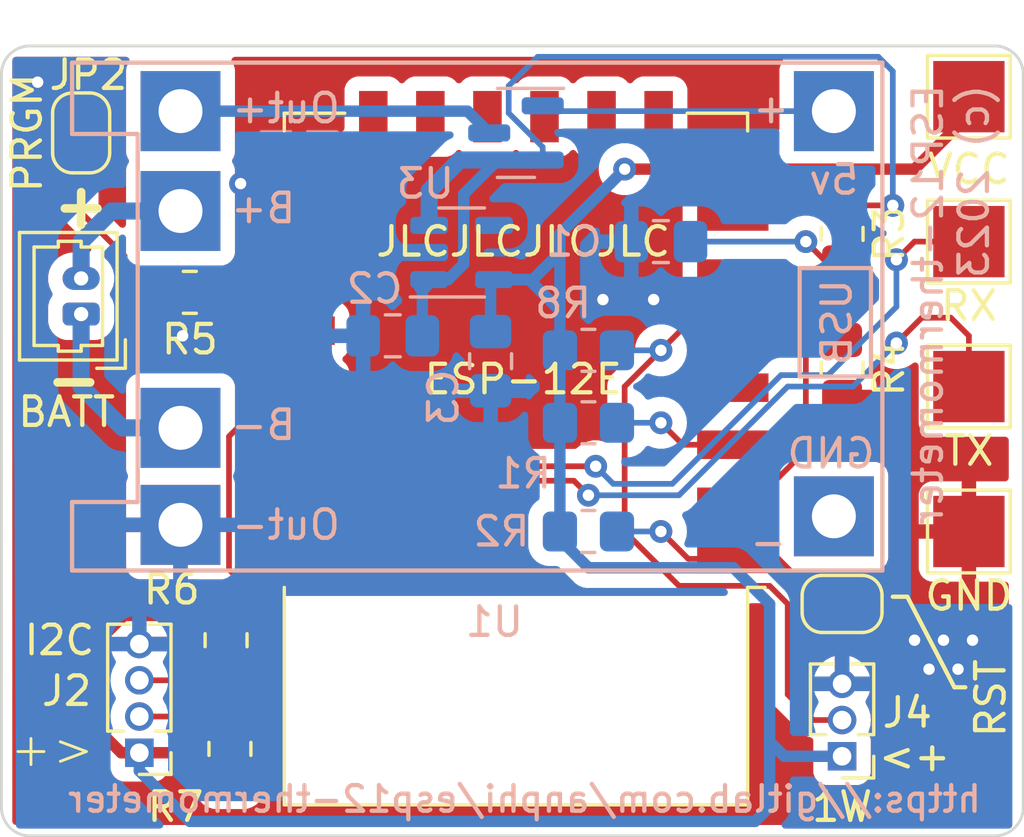
<source format=kicad_pcb>
(kicad_pcb (version 20221018) (generator pcbnew)
  (layers (0 "F.Cu" signal) (31 "B.Cu" signal) (34 "B.Paste" user) (35 "F.Paste" user) (36 "B.SilkS" user "B.Silkscreen") (37 "F.SilkS" user "F.Silkscreen") (38 "B.Mask" user) (39 "F.Mask" user) (44 "Edge.Cuts" user))
  (net 0 "")
  (net 1 "VCC_sense")
  (net 2 "GND")
  (net 3 "Net-(J1-Pin_1)")
  (net 4 "Net-(J1-Pin_2)")
  (net 5 "VCC")
  (net 6 "SCL")
  (net 7 "SDA")
  (net 8 "1W")
  (net 9 "/RST")
  (net 10 "Net-(JP2-B)")
  (net 11 "Net-(Q1-G)")
  (net 12 "Net-(Q1-D)")
  (net 13 "Net-(U2-EN)")
  (net 14 "Net-(U2-GPIO15)")
  (net 15 "RXD")
  (net 16 "TXD")
  (net 29 "/VIN")
  (footprint "TestPoint:TestPoint_Pad_2.5x2.5mm" (layer "F.Cu") (at 131.445 60.96)
    (fp_text reference "TP3")
    (fp_text value "TX" (at 0 2.25) (layer "F.SilkS"))
    (fp_line (start -1.45 -1.45) (end 1.45 -1.45) (stroke (width 0.12)) (layer "F.SilkS"))
    (fp_line (start -1.45 1.45) (end -1.45 -1.45) (stroke (width 0.12)) (layer "F.SilkS"))
    (fp_line (start 1.45 -1.45) (end 1.45 1.45) (stroke (width 0.12)) (layer "F.SilkS"))
    (fp_line (start 1.45 1.45) (end -1.45 1.45) (stroke (width 0.12)) (layer "F.SilkS"))
    (pad "1" smd rect (at 0 0) (size 2.5 2.5) (layers "F.Cu" "F.Mask") (net 16 "TXD"))
  )
  (footprint "RF_Module:ESP-12E" (layer "F.Cu") (at 115.57 63.5 180)
    (fp_text reference "U2")
    (fp_text value "ESP-12E" (at -0.254 2.794) (layer "F.SilkS"))
    (fp_line (start -8.12 -12.12) (end 8.12 -12.12) (stroke (width 0.12)) (layer "F.SilkS"))
    (fp_line (start -8.12 -4.5) (end -8.73 -4.5) (stroke (width 0.12)) (layer "F.SilkS"))
    (fp_line (start -8.12 -4.5) (end -8.12 -12.12) (stroke (width 0.12)) (layer "F.SilkS"))
    (fp_line (start -8.12 12.12) (end -8.12 11.5) (stroke (width 0.12)) (layer "F.SilkS"))
    (fp_line (start -6 12.12) (end -8.12 12.12) (stroke (width 0.12)) (layer "F.SilkS"))
    (fp_line (start 8.12 -12.12) (end 8.12 -4.5) (stroke (width 0.12)) (layer "F.SilkS"))
    (fp_line (start 8.12 11.5) (end 8.12 12.12) (stroke (width 0.12)) (layer "F.SilkS"))
    (fp_line (start 8.12 12.12) (end 6 12.12) (stroke (width 0.12)) (layer "F.SilkS"))
    (pad "1" smd rect (at -7.6 -3.5 180) (size 2.5 1) (layers "F.Cu" "F.Paste" "F.Mask") (net 9 "/RST"))
    (pad "2" smd rect (at -7.6 -1.5 180) (size 2.5 1) (layers "F.Cu" "F.Paste" "F.Mask") (net 1 "VCC_sense"))
    (pad "3" smd rect (at -7.6 0.5 180) (size 2.5 1) (layers "F.Cu" "F.Paste" "F.Mask") (net 13 "Net-(U2-EN)"))
    (pad "4" smd rect (at -7.6 2.5 180) (size 2.5 1) (layers "F.Cu" "F.Paste" "F.Mask"))
    (pad "5" smd rect (at -7.6 4.5 180) (size 2.5 1) (layers "F.Cu" "F.Paste" "F.Mask") (net 8 "1W"))
    (pad "6" smd rect (at -7.6 6.5 180) (size 2.5 1) (layers "F.Cu" "F.Paste" "F.Mask"))
    (pad "7" smd rect (at -7.6 8.5 180) (size 2.5 1) (layers "F.Cu" "F.Paste" "F.Mask"))
    (pad "8" smd rect (at -7.6 10.5 180) (size 2.5 1) (layers "F.Cu" "F.Paste" "F.Mask") (net 5 "VCC"))
    (pad "9" smd rect (at -5 12 180) (size 1 1.8) (layers "F.Cu" "F.Paste" "F.Mask"))
    (pad "10" smd rect (at -3 12 180) (size 1 1.8) (layers "F.Cu" "F.Paste" "F.Mask"))
    (pad "11" smd rect (at -1 12 180) (size 1 1.8) (layers "F.Cu" "F.Paste" "F.Mask"))
    (pad "12" smd rect (at 1 12 180) (size 1 1.8) (layers "F.Cu" "F.Paste" "F.Mask"))
    (pad "13" smd rect (at 3 12 180) (size 1 1.8) (layers "F.Cu" "F.Paste" "F.Mask"))
    (pad "14" smd rect (at 5 12 180) (size 1 1.8) (layers "F.Cu" "F.Paste" "F.Mask"))
    (pad "15" smd rect (at 7.6 10.5 180) (size 2.5 1) (layers "F.Cu" "F.Paste" "F.Mask") (net 2 "GND"))
    (pad "16" smd rect (at 7.6 8.5 180) (size 2.5 1) (layers "F.Cu" "F.Paste" "F.Mask") (net 14 "Net-(U2-GPIO15)"))
    (pad "17" smd rect (at 7.6 6.5 180) (size 2.5 1) (layers "F.Cu" "F.Paste" "F.Mask"))
    (pad "18" smd rect (at 7.6 4.5 180) (size 2.5 1) (layers "F.Cu" "F.Paste" "F.Mask") (net 10 "Net-(JP2-B)"))
    (pad "19" smd rect (at 7.6 2.5 180) (size 2.5 1) (layers "F.Cu" "F.Paste" "F.Mask") (net 6 "SCL"))
    (pad "20" smd rect (at 7.6 0.5 180) (size 2.5 1) (layers "F.Cu" "F.Paste" "F.Mask") (net 7 "SDA"))
    (pad "21" smd rect (at 7.6 -1.5 180) (size 2.5 1) (layers "F.Cu" "F.Paste" "F.Mask") (net 15 "RXD"))
    (pad "22" smd rect (at 7.6 -3.5 180) (size 2.5 1) (layers "F.Cu" "F.Paste" "F.Mask") (net 16 "TXD"))
    (zone (net 0) (net_name "") (layers "*.Cu") (connect_pads (clearance 0)) (min_thickness 0.254)
      (keepout (tracks not_allowed) (vias not_allowed) (pads not_allowed) (copperpour not_allowed) (footprints not_allowed))
      (fill (thermal_gap 0.508) (thermal_bridge_width 0.508))
      (polygon (pts (xy 123.69 68.3) (xy 107.45 68.3) (xy 107.45 75.62) (xy 123.69 75.62)))
    )
  )
  (footprint "Resistor_SMD:R_0805_2012Metric_Pad1.20x1.40mm_HandSolder" (layer "F.Cu") (at 127 60.325 -90)
    (fp_text reference "R4" (at 0 -1.65 90) (layer "F.SilkS"))
    (fp_text value "470k")
    (fp_line (start -0.227064 -0.735) (end 0.227064 -0.735) (stroke (width 0.12)) (layer "F.SilkS"))
    (fp_line (start -0.227064 0.735) (end 0.227064 0.735) (stroke (width 0.12)) (layer "F.SilkS"))
    (pad "1" smd roundrect (at -1 0 270) (size 1.2 1.4) (layers "F.Cu" "F.Paste" "F.Mask") (roundrect_rratio 0.2083333333) (net 1 "VCC_sense"))
    (pad "2" smd roundrect (at 1 0 270) (size 1.2 1.4) (layers "F.Cu" "F.Paste" "F.Mask") (roundrect_rratio 0.2083333333) (net 2 "GND"))
  )
  (footprint "Jumper:SolderJumper-2_P1.3mm_Open_RoundedPad1.0x1.5mm" (layer "F.Cu") (at 127 68.58)
    (fp_text reference "JP1")
    (fp_text value "RST" (at 5.207 3.302 90) (layer "F.SilkS"))
    (fp_line (start -1.4 0.3) (end -1.4 -0.3) (stroke (width 0.12)) (layer "F.SilkS"))
    (fp_line (start -0.7 -1) (end 0.7 -1) (stroke (width 0.12)) (layer "F.SilkS"))
    (fp_line (start 0.7 1) (end -0.7 1) (stroke (width 0.12)) (layer "F.SilkS"))
    (fp_line (start 1.4 -0.3) (end 1.4 0.3) (stroke (width 0.12)) (layer "F.SilkS"))
    (fp_arc (start -1.4 -0.3) (mid -1.194975 -0.794975) (end -0.7 -1) (stroke (width 0.12)) (layer "F.SilkS"))
    (fp_arc (start -0.7 1) (mid -1.194975 0.794975) (end -1.4 0.3) (stroke (width 0.12)) (layer "F.SilkS"))
    (fp_arc (start 0.7 -1) (mid 1.194975 -0.794975) (end 1.4 -0.3) (stroke (width 0.12)) (layer "F.SilkS"))
    (fp_arc (start 1.4 0.3) (mid 1.194975 0.794975) (end 0.7 1) (stroke (width 0.12)) (layer "F.SilkS"))
    (pad "1" smd custom (at -0.65 0) (size 1 0.5) (layers "F.Cu" "F.Mask") (net 9 "/RST") (options (clearance outline) (anchor rect)) (primitives (gr_circle (center 0 0.25) (end 0.5 0.25) (width 0) (fill yes)) (gr_circle (center 0 -0.25) (end 0.5 -0.25) (width 0) (fill yes)) (gr_poly (pts (xy 0.5 0.75) (xy 0 0.75) (xy 0 -0.75) (xy 0.5 -0.75)) (width 0) (fill yes))))
    (pad "2" smd custom (at 0.65 0) (size 1 0.5) (layers "F.Cu" "F.Mask") (net 2 "GND") (options (clearance outline) (anchor rect)) (primitives (gr_circle (center 0 0.25) (end 0.5 0.25) (width 0) (fill yes)) (gr_circle (center 0 -0.25) (end 0.5 -0.25) (width 0) (fill yes)) (gr_poly (pts (xy 0 0.75) (xy -0.5 0.75) (xy -0.5 -0.75) (xy 0 -0.75)) (width 0) (fill yes))))
  )
  (footprint "Connector_Molex:Molex_PicoBlade_53047-0210_1x02_P1.25mm_Vertical" (layer "F.Cu") (at 100.33 58.42 90)
    (fp_text reference "J1")
    (fp_text value "BATT" (at -3.429 -0.508 180) (layer "F.SilkS"))
    (fp_line (start -1.9 1.55) (end -1.9 0.55) (stroke (width 0.12)) (layer "F.SilkS"))
    (fp_line (start -1.9 1.55) (end -0.9 1.55) (stroke (width 0.12)) (layer "F.SilkS"))
    (fp_line (start -1.61 -2.16) (end -1.61 1.26) (stroke (width 0.12)) (layer "F.SilkS"))
    (fp_line (start -1.61 1.26) (end 2.86 1.26) (stroke (width 0.12)) (layer "F.SilkS"))
    (fp_line (start -1.3 -0.8) (end -1.1 -0.8) (stroke (width 0.12)) (layer "F.SilkS"))
    (fp_line (start -1.3 0) (end -1.3 -0.8) (stroke (width 0.12)) (layer "F.SilkS"))
    (fp_line (start -1.1 -1.65) (end 0.625 -1.65) (stroke (width 0.12)) (layer "F.SilkS"))
    (fp_line (start -1.1 -0.8) (end -1.1 -1.65) (stroke (width 0.12)) (layer "F.SilkS"))
    (fp_line (start -1.1 0) (end -1.3 0) (stroke (width 0.12)) (layer "F.SilkS"))
    (fp_line (start -1.1 0.75) (end -1.1 0) (stroke (width 0.12)) (layer "F.SilkS"))
    (fp_line (start 0.625 0.75) (end -1.1 0.75) (stroke (width 0.12)) (layer "F.SilkS"))
    (fp_line (start 0.625 0.75) (end 2.35 0.75) (stroke (width 0.12)) (layer "F.SilkS"))
    (fp_line (start 2.35 -1.65) (end 0.625 -1.65) (stroke (width 0.12)) (layer "F.SilkS"))
    (fp_line (start 2.35 -0.8) (end 2.35 -1.65) (stroke (width 0.12)) (layer "F.SilkS"))
    (fp_line (start 2.35 0) (end 2.55 0) (stroke (width 0.12)) (layer "F.SilkS"))
    (fp_line (start 2.35 0.75) (end 2.35 0) (stroke (width 0.12)) (layer "F.SilkS"))
    (fp_line (start 2.55 -0.8) (end 2.35 -0.8) (stroke (width 0.12)) (layer "F.SilkS"))
    (fp_line (start 2.55 0) (end 2.55 -0.8) (stroke (width 0.12)) (layer "F.SilkS"))
    (fp_line (start 2.86 -2.16) (end -1.61 -2.16) (stroke (width 0.12)) (layer "F.SilkS"))
    (fp_line (start 2.86 1.26) (end 2.86 -2.16) (stroke (width 0.12)) (layer "F.SilkS"))
    (pad "1" thru_hole roundrect (at 0 0 90) (size 0.8 1.3) (drill 0.5) (layers "*.Cu" "*.Mask") (net 3 "Net-(J1-Pin_1)"))
    (pad "2" thru_hole oval (at 1.25 0 90) (size 0.8 1.3) (drill 0.5) (layers "*.Cu" "*.Mask") (net 4 "Net-(J1-Pin_2)"))
  )
  (footprint "Connector_PinHeader_1.27mm:PinHeader_1x04_P1.27mm_Vertical" (layer "F.Cu") (at 102.37 73.795 180)
    (fp_text reference "J2" (at 2.548 2.167) (layer "F.SilkS"))
    (fp_text value "I2C" (at 2.802 3.945) (layer "F.SilkS"))
    (fp_line (start -1.11 -0.76) (end 0 -0.76) (stroke (width 0.12)) (layer "F.SilkS"))
    (fp_line (start -1.11 0) (end -1.11 -0.76) (stroke (width 0.12)) (layer "F.SilkS"))
    (fp_line (start -1.11 0.76) (end -1.11 4.505) (stroke (width 0.12)) (layer "F.SilkS"))
    (fp_line (start -1.11 0.76) (end -0.563471 0.76) (stroke (width 0.12)) (layer "F.SilkS"))
    (fp_line (start -1.11 4.505) (end -0.30753 4.505) (stroke (width 0.12)) (layer "F.SilkS"))
    (fp_line (start 0.30753 4.505) (end 1.11 4.505) (stroke (width 0.12)) (layer "F.SilkS"))
    (fp_line (start 0.563471 0.76) (end 1.11 0.76) (stroke (width 0.12)) (layer "F.SilkS"))
    (fp_line (start 1.11 0.76) (end 1.11 4.505) (stroke (width 0.12)) (layer "F.SilkS"))
    (pad "1" thru_hole rect (at 0 0 180) (size 1 1) (drill 0.65) (layers "*.Cu" "*.Mask") (net 5 "VCC"))
    (pad "2" thru_hole oval (at 0 1.27 180) (size 1 1) (drill 0.65) (layers "*.Cu" "*.Mask") (net 7 "SDA"))
    (pad "3" thru_hole oval (at 0 2.54 180) (size 1 1) (drill 0.65) (layers "*.Cu" "*.Mask") (net 6 "SCL"))
    (pad "4" thru_hole oval (at 0 3.81 180) (size 1 1) (drill 0.65) (layers "*.Cu" "*.Mask") (net 2 "GND"))
  )
  (footprint "TestPoint:TestPoint_Pad_2.5x2.5mm" (layer "F.Cu") (at 131.445 66.04)
    (fp_text reference "TP4")
    (fp_text value "GND" (at 0 2.25) (layer "F.SilkS"))
    (fp_line (start -1.45 -1.45) (end 1.45 -1.45) (stroke (width 0.12)) (layer "F.SilkS"))
    (fp_line (start -1.45 1.45) (end -1.45 -1.45) (stroke (width 0.12)) (layer "F.SilkS"))
    (fp_line (start 1.45 -1.45) (end 1.45 1.45) (stroke (width 0.12)) (layer "F.SilkS"))
    (fp_line (start 1.45 1.45) (end -1.45 1.45) (stroke (width 0.12)) (layer "F.SilkS"))
    (pad "1" smd rect (at 0 0) (size 2.5 2.5) (layers "F.Cu" "F.Mask") (net 2 "GND"))
  )
  (footprint "Connector_PinHeader_1.27mm:PinHeader_1x03_P1.27mm_Vertical" (layer "F.Cu") (at 127 73.919 180)
    (fp_text reference "J4" (at -2.286 1.529) (layer "F.SilkS"))
    (fp_text value "1W" (at 0 -1.773) (layer "F.SilkS"))
    (fp_line (start -1.11 -0.76) (end 0 -0.76) (stroke (width 0.12)) (layer "F.SilkS"))
    (fp_line (start -1.11 0) (end -1.11 -0.76) (stroke (width 0.12)) (layer "F.SilkS"))
    (fp_line (start -1.11 0.76) (end -1.11 3.235) (stroke (width 0.12)) (layer "F.SilkS"))
    (fp_line (start -1.11 0.76) (end -0.563471 0.76) (stroke (width 0.12)) (layer "F.SilkS"))
    (fp_line (start -1.11 3.235) (end -0.30753 3.235) (stroke (width 0.12)) (layer "F.SilkS"))
    (fp_line (start 0.30753 3.235) (end 1.11 3.235) (stroke (width 0.12)) (layer "F.SilkS"))
    (fp_line (start 0.563471 0.76) (end 1.11 0.76) (stroke (width 0.12)) (layer "F.SilkS"))
    (fp_line (start 1.11 0.76) (end 1.11 3.235) (stroke (width 0.12)) (layer "F.SilkS"))
    (pad "1" thru_hole rect (at 0 0 180) (size 1 1) (drill 0.65) (layers "*.Cu" "*.Mask") (net 5 "VCC"))
    (pad "2" thru_hole oval (at 0 1.27 180) (size 1 1) (drill 0.65) (layers "*.Cu" "*.Mask") (net 8 "1W"))
    (pad "3" thru_hole oval (at 0 2.54 180) (size 1 1) (drill 0.65) (layers "*.Cu" "*.Mask") (net 2 "GND"))
  )
  (footprint "Jumper:SolderJumper-2_P1.3mm_Open_RoundedPad1.0x1.5mm" (layer "F.Cu") (at 100.33 52.07 -90)
    (fp_text reference "JP2" (at -2.032 -0.254 180) (layer "F.SilkS"))
    (fp_text value "PRGM" (at 0 1.9 90) (layer "F.SilkS"))
    (fp_line (start -1.4 0.3) (end -1.4 -0.3) (stroke (width 0.12)) (layer "F.SilkS"))
    (fp_line (start -0.7 -1) (end 0.7 -1) (stroke (width 0.12)) (layer "F.SilkS"))
    (fp_line (start 0.7 1) (end -0.7 1) (stroke (width 0.12)) (layer "F.SilkS"))
    (fp_line (start 1.4 -0.3) (end 1.4 0.3) (stroke (width 0.12)) (layer "F.SilkS"))
    (fp_arc (start -1.4 -0.3) (mid -1.194975 -0.794975) (end -0.7 -1) (stroke (width 0.12)) (layer "F.SilkS"))
    (fp_arc (start -0.7 1) (mid -1.194975 0.794975) (end -1.4 0.3) (stroke (width 0.12)) (layer "F.SilkS"))
    (fp_arc (start 0.7 -1) (mid 1.194975 -0.794975) (end 1.4 -0.3) (stroke (width 0.12)) (layer "F.SilkS"))
    (fp_arc (start 1.4 0.3) (mid 1.194975 0.794975) (end 0.7 1) (stroke (width 0.12)) (layer "F.SilkS"))
    (pad "1" smd custom (at -0.65 0 270) (size 1 0.5) (layers "F.Cu" "F.Mask") (net 2 "GND") (options (clearance outline) (anchor rect)) (primitives (gr_circle (center 0 0.25) (end 0.5 0.25) (width 0) (fill yes)) (gr_circle (center 0 -0.25) (end 0.5 -0.25) (width 0) (fill yes)) (gr_poly (pts (xy 0.5 0.75) (xy 0 0.75) (xy 0 -0.75) (xy 0.5 -0.75)) (width 0) (fill yes))))
    (pad "2" smd custom (at 0.65 0 270) (size 1 0.5) (layers "F.Cu" "F.Mask") (net 10 "Net-(JP2-B)") (options (clearance outline) (anchor rect)) (primitives (gr_circle (center 0 0.25) (end 0.5 0.25) (width 0) (fill yes)) (gr_circle (center 0 -0.25) (end 0.5 -0.25) (width 0) (fill yes)) (gr_poly (pts (xy 0 0.75) (xy -0.5 0.75) (xy -0.5 -0.75) (xy 0 -0.75)) (width 0) (fill yes))))
  )
  (footprint "Resistor_SMD:R_0805_2012Metric_Pad1.20x1.40mm_HandSolder" (layer "F.Cu") (at 127 55.61 -90)
    (fp_text reference "R3" (at 0 -1.65 90) (layer "F.SilkS"))
    (fp_text value "1M")
    (fp_line (start -0.227064 -0.735) (end 0.227064 -0.735) (stroke (width 0.12)) (layer "F.SilkS"))
    (fp_line (start -0.227064 0.735) (end 0.227064 0.735) (stroke (width 0.12)) (layer "F.SilkS"))
    (pad "1" smd roundrect (at -1 0 270) (size 1.2 1.4) (layers "F.Cu" "F.Paste" "F.Mask") (roundrect_rratio 0.2083333333) (net 29 "/VIN"))
    (pad "2" smd roundrect (at 1 0 270) (size 1.2 1.4) (layers "F.Cu" "F.Paste" "F.Mask") (roundrect_rratio 0.2083333333) (net 1 "VCC_sense"))
  )
  (footprint "Resistor_SMD:R_0805_2012Metric_Pad1.20x1.40mm_HandSolder" (layer "F.Cu") (at 105.545 73.66 90)
    (fp_text reference "R7" (at -2.032 -1.905 180) (layer "F.SilkS"))
    (fp_text value "4,7k")
    (fp_line (start -0.227064 -0.735) (end 0.227064 -0.735) (stroke (width 0.12)) (layer "F.SilkS"))
    (fp_line (start -0.227064 0.735) (end 0.227064 0.735) (stroke (width 0.12)) (layer "F.SilkS"))
    (pad "1" smd roundrect (at -1 0 90) (size 1.2 1.4) (layers "F.Cu" "F.Paste" "F.Mask") (roundrect_rratio 0.2083333333) (net 5 "VCC"))
    (pad "2" smd roundrect (at 1 0 90) (size 1.2 1.4) (layers "F.Cu" "F.Paste" "F.Mask") (roundrect_rratio 0.2083333333) (net 7 "SDA"))
  )
  (footprint "Resistor_SMD:R_0805_2012Metric_Pad1.20x1.40mm_HandSolder" (layer "F.Cu") (at 105.41 69.85 -90)
    (fp_text reference "R6" (at -1.778 1.905 180) (layer "F.SilkS"))
    (fp_text value "4,7k")
    (fp_line (start -0.227064 -0.735) (end 0.227064 -0.735) (stroke (width 0.12)) (layer "F.SilkS"))
    (fp_line (start -0.227064 0.735) (end 0.227064 0.735) (stroke (width 0.12)) (layer "F.SilkS"))
    (pad "1" smd roundrect (at -1 0 270) (size 1.2 1.4) (layers "F.Cu" "F.Paste" "F.Mask") (roundrect_rratio 0.2083333333) (net 5 "VCC"))
    (pad "2" smd roundrect (at 1 0 270) (size 1.2 1.4) (layers "F.Cu" "F.Paste" "F.Mask") (roundrect_rratio 0.2083333333) (net 6 "SCL"))
  )
  (footprint "Resistor_SMD:R_0805_2012Metric_Pad1.20x1.40mm_HandSolder" (layer "F.Cu") (at 104.14 57.658 180)
    (fp_text reference "R5" (at 0 -1.65) (layer "F.SilkS"))
    (fp_text value "10k")
    (fp_line (start -0.227064 -0.735) (end 0.227064 -0.735) (stroke (width 0.12)) (layer "F.SilkS"))
    (fp_line (start -0.227064 0.735) (end 0.227064 0.735) (stroke (width 0.12)) (layer "F.SilkS"))
    (pad "1" smd roundrect (at -1 0 180) (size 1.2 1.4) (layers "F.Cu" "F.Paste" "F.Mask") (roundrect_rratio 0.2083333333) (net 14 "Net-(U2-GPIO15)"))
    (pad "2" smd roundrect (at 1 0 180) (size 1.2 1.4) (layers "F.Cu" "F.Paste" "F.Mask") (roundrect_rratio 0.2083333333) (net 2 "GND"))
  )
  (footprint "TestPoint:TestPoint_Pad_2.5x2.5mm" (layer "F.Cu") (at 131.445 55.88)
    (fp_text reference "TP2")
    (fp_text value "RX" (at 0 2.25) (layer "F.SilkS"))
    (fp_line (start -1.45 -1.45) (end 1.45 -1.45) (stroke (width 0.12)) (layer "F.SilkS"))
    (fp_line (start -1.45 1.45) (end -1.45 -1.45) (stroke (width 0.12)) (layer "F.SilkS"))
    (fp_line (start 1.45 -1.45) (end 1.45 1.45) (stroke (width 0.12)) (layer "F.SilkS"))
    (fp_line (start 1.45 1.45) (end -1.45 1.45) (stroke (width 0.12)) (layer "F.SilkS"))
    (pad "1" smd rect (at 0 0) (size 2.5 2.5) (layers "F.Cu" "F.Mask") (net 15 "RXD"))
  )
  (footprint "TestPoint:TestPoint_Pad_2.5x2.5mm" (layer "F.Cu") (at 131.445 50.8 180)
    (fp_text reference "TP1")
    (fp_text value "VCC" (at 0 -2.54) (layer "F.SilkS"))
    (fp_line (start -1.45 -1.45) (end 1.45 -1.45) (stroke (width 0.12)) (layer "F.SilkS"))
    (fp_line (start -1.45 1.45) (end -1.45 -1.45) (stroke (width 0.12)) (layer "F.SilkS"))
    (fp_line (start 1.45 -1.45) (end 1.45 1.45) (stroke (width 0.12)) (layer "F.SilkS"))
    (fp_line (start 1.45 1.45) (end -1.45 1.45) (stroke (width 0.12)) (layer "F.SilkS"))
    (pad "1" smd rect (at 0 0 180) (size 2.5 2.5) (layers "F.Cu" "F.Mask") (net 5 "VCC"))
  )
  (footprint "Capacitor_SMD:C_0805_2012Metric_Pad1.18x1.45mm_HandSolder" (layer "B.Cu") (at 114.681 60.071 -90)
    (fp_text reference "C3" (at 1.27 1.651 90) (layer "B.SilkS") (effects (justify mirror)))
    (fp_text value "1u")
    (fp_line (start -0.261252 -0.735) (end 0.261252 -0.735) (stroke (width 0.12)) (layer "B.SilkS"))
    (fp_line (start -0.261252 0.735) (end 0.261252 0.735) (stroke (width 0.12)) (layer "B.SilkS"))
    (pad "1" smd roundrect (at -1.0375 0 270) (size 1.175 1.45) (layers "B.Cu" "B.Paste" "B.Mask") (roundrect_rratio 0.212766) (net 5 "VCC"))
    (pad "2" smd roundrect (at 1.0375 0 270) (size 1.175 1.45) (layers "B.Cu" "B.Paste" "B.Mask") (roundrect_rratio 0.212766) (net 2 "GND"))
  )
  (footprint "Resistor_SMD:R_0805_2012Metric_Pad1.20x1.40mm_HandSolder" (layer "B.Cu") (at 118.11 62.23)
    (fp_text reference "R1" (at -2.286 1.778) (layer "B.SilkS") (effects (justify mirror)))
    (fp_text value "10k")
    (fp_line (start -0.227064 -0.735) (end 0.227064 -0.735) (stroke (width 0.12)) (layer "B.SilkS"))
    (fp_line (start -0.227064 0.735) (end 0.227064 0.735) (stroke (width 0.12)) (layer "B.SilkS"))
    (pad "1" smd roundrect (at -1 0) (size 1.2 1.4) (layers "B.Cu" "B.Paste" "B.Mask") (roundrect_rratio 0.2083333333) (net 5 "VCC"))
    (pad "2" smd roundrect (at 1 0) (size 1.2 1.4) (layers "B.Cu" "B.Paste" "B.Mask") (roundrect_rratio 0.2083333333) (net 13 "Net-(U2-EN)"))
  )
  (footprint "Capacitor_SMD:C_0805_2012Metric_Pad1.18x1.45mm_HandSolder" (layer "B.Cu") (at 111.252 59.182 180)
    (fp_text reference "C2" (at 0.635 1.651) (layer "B.SilkS") (effects (justify mirror)))
    (fp_text value "1u")
    (fp_line (start -0.261252 -0.735) (end 0.261252 -0.735) (stroke (width 0.12)) (layer "B.SilkS"))
    (fp_line (start -0.261252 0.735) (end 0.261252 0.735) (stroke (width 0.12)) (layer "B.SilkS"))
    (pad "1" smd roundrect (at -1.0375 0 180) (size 1.175 1.45) (layers "B.Cu" "B.Paste" "B.Mask") (roundrect_rratio 0.212766) (net 29 "/VIN"))
    (pad "2" smd roundrect (at 1.0375 0 180) (size 1.175 1.45) (layers "B.Cu" "B.Paste" "B.Mask") (roundrect_rratio 0.212766) (net 2 "GND"))
  )
  (footprint "Resistor_SMD:R_0805_2012Metric_Pad1.20x1.40mm_HandSolder" (layer "B.Cu") (at 118.11 59.69)
    (fp_text reference "R8" (at -0.889 -1.651) (layer "B.SilkS") (effects (justify mirror)))
    (fp_text value "4,7k")
    (fp_line (start -0.227064 -0.735) (end 0.227064 -0.735) (stroke (width 0.12)) (layer "B.SilkS"))
    (fp_line (start -0.227064 0.735) (end 0.227064 0.735) (stroke (width 0.12)) (layer "B.SilkS"))
    (pad "1" smd roundrect (at -1 0) (size 1.2 1.4) (layers "B.Cu" "B.Paste" "B.Mask") (roundrect_rratio 0.2083333333) (net 5 "VCC"))
    (pad "2" smd roundrect (at 1 0) (size 1.2 1.4) (layers "B.Cu" "B.Paste" "B.Mask") (roundrect_rratio 0.2083333333) (net 8 "1W"))
  )
  (footprint "anphi:TP4056-18650" (layer "B.Cu") (at 128.4125 49.6075 180)
    (fp_text reference "U1" (at 13.6 -19.6) (layer "B.SilkS") (effects (justify mirror)))
    (fp_text value "TP4056_board")
    (fp_text user "5v" (at 1.7 -4.1) (layer "B.SilkS") (effects (justify mirror)))
    (fp_text user "Out-" (at 20.9 -16.2) (layer "B.SilkS") (effects (justify mirror)))
    (fp_text user "B-" (at 21.7 -12.7) (layer "B.SilkS") (effects (justify mirror)))
    (fp_text user "+" (at 3.9 -1.6) (layer "B.SilkS") (effects (justify mirror)))
    (fp_text user "Out+" (at 20.9 -1.6) (layer "B.SilkS") (effects (justify mirror)))
    (fp_text user "GND" (at 1.8 -13.7) (layer "B.SilkS") (effects (justify mirror)))
    (fp_text user "-" (at 4 -16.8) (layer "B.SilkS") (effects (justify mirror)))
    (fp_text user "USB" (at 1.6 -9.1 90) (layer "B.SilkS") (effects (justify mirror)))
    (fp_text user "B+" (at 21.7 -5.1) (layer "B.SilkS") (effects (justify mirror)))
    (fp_line (start 0 -17.8) (end 0 0) (stroke (width 0.15)) (layer "B.SilkS"))
    (fp_line (start 0 0) (end 26.3 0) (stroke (width 0.15)) (layer "B.SilkS"))
    (fp_line (start 0.4 -11) (end 0.4 -7.3) (stroke (width 0.15)) (layer "B.SilkS"))
    (fp_line (start 0.4 -7.2) (end 2.9 -7.2) (stroke (width 0.15)) (layer "B.SilkS"))
    (fp_line (start 2.9 -11) (end 0.4 -11) (stroke (width 0.15)) (layer "B.SilkS"))
    (fp_line (start 2.9 -7.2) (end 2.9 -11) (stroke (width 0.15)) (layer "B.SilkS"))
    (fp_line (start 26.1 -15.4) (end 26.4 -15.4) (stroke (width 0.15)) (layer "B.SilkS"))
    (fp_line (start 26.1 -2.5) (end 26.1 -15.4) (stroke (width 0.15)) (layer "B.SilkS"))
    (fp_line (start 26.3 -15.4) (end 28.4 -15.4) (stroke (width 0.15)) (layer "B.SilkS"))
    (fp_line (start 26.3 0) (end 28.4 0) (stroke (width 0.15)) (layer "B.SilkS"))
    (fp_line (start 28.4 -17.8) (end 0 -17.8) (stroke (width 0.15)) (layer "B.SilkS"))
    (fp_line (start 28.4 -15.7) (end 28.4 -17.8) (stroke (width 0.15)) (layer "B.SilkS"))
    (fp_line (start 28.4 -15.4) (end 28.4 -15.7) (stroke (width 0.15)) (layer "B.SilkS"))
    (fp_line (start 28.4 -2.5) (end 26.1 -2.5) (stroke (width 0.15)) (layer "B.SilkS"))
    (fp_line (start 28.4 0) (end 28.4 -2.5) (stroke (width 0.15)) (layer "B.SilkS"))
    (pad "1" thru_hole rect (at 1.7 -1.7 180) (size 2.8 2.8) (drill 1.54) (layers "*.Cu" "*.Mask") (net 11 "Net-(Q1-G)"))
    (pad "2" thru_hole rect (at 1.7 -15.9 180) (size 2.8 2.8) (drill 1.54) (layers "*.Cu" "*.Mask"))
    (pad "3" thru_hole rect (at 24.6 -1.7 180) (size 2.8 2.8) (drill 1.54) (layers "*.Cu" "*.Mask") (net 12 "Net-(Q1-D)"))
    (pad "4" thru_hole rect (at 24.6 -16.2 180) (size 2.8 2.8) (drill 1.54) (layers "*.Cu" "*.Mask") (net 2 "GND"))
    (pad "5" thru_hole rect (at 24.6 -5.2 180) (size 2.8 2.8) (drill 1.54) (layers "*.Cu" "*.Mask") (net 4 "Net-(J1-Pin_2)"))
    (pad "6" thru_hole rect (at 24.6 -12.8 180) (size 2.8 2.8) (drill 1.54) (layers "*.Cu" "*.Mask") (net 3 "Net-(J1-Pin_1)"))
  )
  (footprint "Package_TO_SOT_SMD:SOT-23" (layer "B.Cu") (at 115.57 52.07 180)
    (fp_text reference "Q1")
    (fp_text value "IRLML6401")
    (fp_line (start 0 -1.56) (end -0.65 -1.56) (stroke (width 0.12)) (layer "B.SilkS"))
    (fp_line (start 0 -1.56) (end 0.65 -1.56) (stroke (width 0.12)) (layer "B.SilkS"))
    (fp_line (start 0 1.56) (end -1.675 1.56) (stroke (width 0.12)) (layer "B.SilkS"))
    (fp_line (start 0 1.56) (end 0.65 1.56) (stroke (width 0.12)) (layer "B.SilkS"))
    (pad "1" smd roundrect (at -0.9375 0.95 180) (size 1.475 0.6) (layers "B.Cu" "B.Paste" "B.Mask") (net 11 "Net-(Q1-G)"))
    (pad "2" smd roundrect (at -0.9375 -0.95 180) (size 1.475 0.6) (layers "B.Cu" "B.Paste" "B.Mask") (net 29 "/VIN"))
    (pad "3" smd roundrect (at 0.9375 0 180) (size 1.475 0.6) (layers "B.Cu" "B.Paste" "B.Mask") (net 12 "Net-(Q1-D)"))
  )
  (footprint "Capacitor_SMD:C_0805_2012Metric_Pad1.18x1.45mm_HandSolder" (layer "B.Cu") (at 120.65 55.88 180)
    (fp_text reference "C1" (at 3.048 0) (layer "B.SilkS") (effects (justify mirror)))
    (fp_text value "100n")
    (fp_line (start -0.261252 -0.735) (end 0.261252 -0.735) (stroke (width 0.12)) (layer "B.SilkS"))
    (fp_line (start -0.261252 0.735) (end 0.261252 0.735) (stroke (width 0.12)) (layer "B.SilkS"))
    (pad "1" smd roundrect (at -1.0375 0 180) (size 1.175 1.45) (layers "B.Cu" "B.Paste" "B.Mask") (roundrect_rratio 0.2127659574) (net 1 "VCC_sense"))
    (pad "2" smd roundrect (at 1.0375 0 180) (size 1.175 1.45) (layers "B.Cu" "B.Paste" "B.Mask") (roundrect_rratio 0.2127659574) (net 2 "GND"))
  )
  (footprint "Package_TO_SOT_SMD:SOT-23-5" (layer "B.Cu") (at 113.665 56.261)
    (fp_text reference "U3" (at -1.27 -2.413) (layer "B.SilkS") (effects (justify mirror)))
    (fp_text value "TLV75533PDBV")
    (fp_line (start 0 -1.56) (end -0.8 -1.56) (stroke (width 0.12)) (layer "B.SilkS"))
    (fp_line (start 0 -1.56) (end 0.8 -1.56) (stroke (width 0.12)) (layer "B.SilkS"))
    (fp_line (start 0 1.56) (end -1.8 1.56) (stroke (width 0.12)) (layer "B.SilkS"))
    (fp_line (start 0 1.56) (end 0.8 1.56) (stroke (width 0.12)) (layer "B.SilkS"))
    (pad "1" smd roundrect (at -1.1375 0.95) (size 1.325 0.6) (layers "B.Cu" "B.Paste" "B.Mask") (net 29 "/VIN"))
    (pad "2" smd roundrect (at -1.1375 0) (size 1.325 0.6) (layers "B.Cu" "B.Paste" "B.Mask") (net 2 "GND"))
    (pad "3" smd roundrect (at -1.1375 -0.95) (size 1.325 0.6) (layers "B.Cu" "B.Paste" "B.Mask") (net 29 "/VIN"))
    (pad "4" smd roundrect (at 1.1375 -0.95) (size 1.325 0.6) (layers "B.Cu" "B.Paste" "B.Mask"))
    (pad "5" smd roundrect (at 1.1375 0.95) (size 1.325 0.6) (layers "B.Cu" "B.Paste" "B.Mask") (net 5 "VCC"))
  )
  (footprint "Resistor_SMD:R_0805_2012Metric_Pad1.20x1.40mm_HandSolder" (layer "B.Cu") (at 118.11 66.04)
    (fp_text reference "R2" (at -3.048 0) (layer "B.SilkS") (effects (justify mirror)))
    (fp_text value "10k")
    (fp_line (start -0.227064 -0.735) (end 0.227064 -0.735) (stroke (width 0.12)) (layer "B.SilkS"))
    (fp_line (start -0.227064 0.735) (end 0.227064 0.735) (stroke (width 0.12)) (layer "B.SilkS"))
    (pad "1" smd roundrect (at -1 0) (size 1.2 1.4) (layers "B.Cu" "B.Paste" "B.Mask") (roundrect_rratio 0.2083333333) (net 5 "VCC"))
    (pad "2" smd roundrect (at 1 0) (size 1.2 1.4) (layers "B.Cu" "B.Paste" "B.Mask") (roundrect_rratio 0.2083333333) (net 9 "/RST"))
  )
  (gr_line (start 128.778 68.326) (end 129.286 68.326) (stroke (width 0.15)) (layer "F.SilkS"))
  (gr_line (start 130.937 71.501) (end 131.318 71.501) (stroke (width 0.15)) (layer "F.SilkS"))
  (gr_line (start 129.286 68.326) (end 130.937 71.501) (stroke (width 0.15)) (layer "F.SilkS"))
  (gr_arc (start 98.536 76.708) (mid 97.828893 76.415107) (end 97.536 75.708) (stroke (width 0.1)) (layer "Edge.Cuts"))
  (gr_line (start 97.536 75.708) (end 97.536 50.022) (stroke (width 0.1)) (layer "Edge.Cuts"))
  (gr_arc (start 97.536 50.022) (mid 97.828893 49.314893) (end 98.536 49.022) (stroke (width 0.1)) (layer "Edge.Cuts"))
  (gr_arc (start 133.35 75.708) (mid 133.057107 76.415107) (end 132.35 76.708) (stroke (width 0.1)) (layer "Edge.Cuts"))
  (gr_arc (start 132.35 49.022) (mid 133.057107 49.314893) (end 133.35 50.022) (stroke (width 0.1)) (layer "Edge.Cuts"))
  (gr_line (start 132.35 76.708) (end 98.536 76.708) (stroke (width 0.1)) (layer "Edge.Cuts"))
  (gr_line (start 98.536 49.022) (end 132.35 49.022) (stroke (width 0.1)) (layer "Edge.Cuts"))
  (gr_line (start 133.35 50.022) (end 133.35 75.708) (stroke (width 0.1)) (layer "Edge.Cuts"))
  (gr_text "https://gitlab.com/anphi/esp12-thermometer" (at 131.953 75.946) (layer "B.SilkS") (effects (font (size 0.9 0.9)) (justify left bottom mirror)))
  (gr_text "ESP12-thermometer\n(c) 2023" (at 132.207 50.292 90) (layer "B.SilkS") (effects (font (size 1 1)) (justify left bottom mirror)))
  (gr_text "+>" (at 99.314 73.66) (layer "F.SilkS") (effects (font (size 1.2 1.2) (thickness 0.1))))
  (gr_text "JLCJLCJLCJLC" (at 115.824 55.88) (layer "F.SilkS") (effects (font (size 1 1))))
  (gr_text "+" (at 100.33 54.61) (layer "F.SilkS") (effects (font (size 1.5 1.5) (thickness 0.3))))
  (gr_text "-" (at 100.076 60.706) (layer "F.SilkS") (effects (font (size 1.5 1.5) (thickness 0.3))))
  (gr_text "<+" (at 129.54 73.914) (layer "F.SilkS") (effects (font (size 1 1))))
  (segment (start 126.46 56.61) (end 125.73 55.88) (width 0.2) (layer "F.Cu") (net 1))
  (segment (start 125.73 59.69) (end 126.095 59.325) (width 0.2) (layer "F.Cu") (net 1))
  (segment (start 123.92 65) (end 125.73 63.19) (width 0.2) (layer "F.Cu") (net 1))
  (segment (start 126.095 59.325) (end 127 59.325) (width 0.2) (layer "F.Cu") (net 1))
  (segment (start 127 56.61) (end 127 59.325) (width 0.2) (layer "F.Cu") (net 1))
  (segment (start 127 56.61) (end 126.46 56.61) (width 0.2) (layer "F.Cu") (net 1))
  (segment (start 123.17 65) (end 123.92 65) (width 0.2) (layer "F.Cu") (net 1))
  (segment (start 125.73 63.19) (end 125.73 59.69) (width 0.2) (layer "F.Cu") (net 1))
  (via (at 125.73 55.88) (size 0.8) (drill 0.4) (layers "F.Cu" "B.Cu") (net 1))
  (segment (start 125.73 55.88) (end 121.6875 55.88) (width 0.2) (layer "B.Cu") (net 1))
  (segment (start 103.14 58.436) (end 103.886 59.182) (width 0.2) (layer "F.Cu") (net 2))
  (segment (start 99.568 50.292) (end 100.33 51.054) (width 0.2) (layer "F.Cu") (net 2))
  (segment (start 107.97 53) (end 109.388 53) (width 0.6) (layer "F.Cu") (net 2))
  (segment (start 106.766 53) (end 107.97 53) (width 0.6) (layer "F.Cu") (net 2))
  (segment (start 105.918 53.848) (end 106.766 53) (width 0.6) (layer "F.Cu") (net 2))
  (segment (start 98.806 50.292) (end 99.568 50.292) (width 0.2) (layer "F.Cu") (net 2))
  (segment (start 103.14 57.658) (end 103.14 58.436) (width 0.2) (layer "F.Cu") (net 2))
  (segment (start 109.388 53) (end 110.236 53.848) (width 0.6) (layer "F.Cu") (net 2))
  (segment (start 100.33 51.054) (end 100.33 51.42) (width 0.2) (layer "F.Cu") (net 2))
  (via (at 129.54 69.85) (size 0.8) (drill 0.4) (layers "F.Cu" "B.Cu") (net 2))
  (via (at 120.396 57.912) (size 0.8) (drill 0.4) (layers "F.Cu" "B.Cu") (net 2))
  (via (at 98.806 50.292) (size 0.8) (drill 0.4) (layers "F.Cu" "B.Cu") (net 2))
  (via (at 105.918 53.848) (size 0.8) (drill 0.4) (layers "F.Cu" "B.Cu") (net 2))
  (via (at 130.048 70.866) (size 0.8) (drill 0.4) (layers "F.Cu" "B.Cu") (net 2))
  (via (at 103.886 59.182) (size 0.8) (drill 0.4) (layers "F.Cu" "B.Cu") (net 2))
  (via (at 131.064 70.866) (size 0.8) (drill 0.4) (layers "F.Cu" "B.Cu") (net 2))
  (via (at 130.556 69.85) (size 0.8) (drill 0.4) (layers "F.Cu" "B.Cu") (net 2))
  (via (at 118.618 57.912) (size 0.8) (drill 0.4) (layers "F.Cu" "B.Cu") (net 2))
  (via (at 131.572 69.85) (size 0.8) (drill 0.4) (layers "F.Cu" "B.Cu") (net 2))
  (segment (start 112.5275 56.261) (end 110.744 56.261) (width 0.6) (layer "B.Cu") (net 2))
  (segment (start 100.33 60.96) (end 101.7775 62.4075) (width 0.6) (layer "B.Cu") (net 3))
  (segment (start 101.7775 62.4075) (end 103.8125 62.4075) (width 0.6) (layer "B.Cu") (net 3))
  (segment (start 100.33 58.42) (end 100.33 60.96) (width 0.6) (layer "B.Cu") (net 3))
  (segment (start 100.33 55.88) (end 101.4025 54.8075) (width 0.6) (layer "B.Cu") (net 4))
  (segment (start 100.33 57.17) (end 100.33 55.88) (width 0.6) (layer "B.Cu") (net 4))
  (segment (start 101.4025 54.8075) (end 103.8125 54.8075) (width 0.6) (layer "B.Cu") (net 4))
  (segment (start 129.54 53.34) (end 123.51 53.34) (width 0.4) (layer "F.Cu") (net 5))
  (segment (start 105.545 74.795) (end 104.545 73.795) (width 0.4) (layer "F.Cu") (net 5))
  (segment (start 131.445 51.435) (end 129.54 53.34) (width 0.4) (layer "F.Cu") (net 5))
  (segment (start 104.545 73.795) (end 102.37 73.795) (width 0.4) (layer "F.Cu") (net 5))
  (segment (start 100.965 69.85) (end 100.965 73.025) (width 0.4) (layer "F.Cu") (net 5))
  (segment (start 122.83 53.34) (end 123.17 53) (width 0.4) (layer "F.Cu") (net 5))
  (segment (start 100.965 73.025) (end 101.735 73.795) (width 0.4) (layer "F.Cu") (net 5))
  (segment (start 131.445 50.8) (end 131.445 51.435) (width 0.4) (layer "F.Cu") (net 5))
  (segment (start 123.51 53.34) (end 123.17 53) (width 0.4) (layer "F.Cu") (net 5))
  (segment (start 119.38 53.34) (end 122.83 53.34) (width 0.4) (layer "F.Cu") (net 5))
  (segment (start 101.83 68.985) (end 100.965 69.85) (width 0.4) (layer "F.Cu") (net 5))
  (segment (start 105.545 68.985) (end 101.83 68.985) (width 0.4) (layer "F.Cu") (net 5))
  (segment (start 101.735 73.795) (end 102.37 73.795) (width 0.4) (layer "F.Cu") (net 5))
  (via (at 119.38 53.34) (size 0.8) (drill 0.4) (layers "F.Cu" "B.Cu") (net 5))
  (segment (start 124.46 68.58) (end 124.46 73.406) (width 0.4) (layer "B.Cu") (net 5))
  (segment (start 116.028 57.211) (end 117.11 58.293) (width 0.4) (layer "B.Cu") (net 5))
  (segment (start 117.11 66.04) (end 117.11 66.31) (width 0.4) (layer "B.Cu") (net 5))
  (segment (start 102.37 74.43) (end 102.37 73.795) (width 0.4) (layer "B.Cu") (net 5))
  (segment (start 114.8025 57.211) (end 116.028 57.211) (width 0.4) (layer "B.Cu") (net 5))
  (segment (start 117.11 55.61) (end 119.38 53.34) (width 0.4) (layer "B.Cu") (net 5))
  (segment (start 104.14 76.2) (end 102.37 74.43) (width 0.4) (layer "B.Cu") (net 5))
  (segment (start 114.8025 57.211) (end 116.16 57.211) (width 0.4) (layer "B.Cu") (net 5))
  (segment (start 114.681 59.0335) (end 114.681 57.3325) (width 0.4) (layer "B.Cu") (net 5))
  (segment (start 117.11 58.293) (end 117.11 56.261) (width 0.4) (layer "B.Cu") (net 5))
  (segment (start 123.19 67.31) (end 124.46 68.58) (width 0.4) (layer "B.Cu") (net 5))
  (segment (start 118.11 67.31) (end 123.19 67.31) (width 0.4) (layer "B.Cu") (net 5))
  (segment (start 124.46 75.692) (end 123.952 76.2) (width 0.4) (layer "B.Cu") (net 5))
  (segment (start 127 73.919) (end 124.973 73.919) (width 0.4) (layer "B.Cu") (net 5))
  (segment (start 117.11 66.31) (end 118.11 67.31) (width 0.4) (layer "B.Cu") (net 5))
  (segment (start 114.681 57.3325) (end 114.8025 57.211) (width 0.4) (layer "B.Cu") (net 5))
  (segment (start 116.16 57.211) (end 117.11 56.261) (width 0.4) (layer "B.Cu") (net 5))
  (segment (start 124.46 73.406) (end 124.46 75.692) (width 0.4) (layer "B.Cu") (net 5))
  (segment (start 117.11 56.261) (end 117.11 55.61) (width 0.4) (layer "B.Cu") (net 5))
  (segment (start 123.952 76.2) (end 104.14 76.2) (width 0.4) (layer "B.Cu") (net 5))
  (segment (start 124.973 73.919) (end 124.46 73.406) (width 0.4) (layer "B.Cu") (net 5))
  (segment (start 117.11 66.04) (end 117.11 58.293) (width 0.4) (layer "B.Cu") (net 5))
  (segment (start 106.426 70.866) (end 105.426 70.866) (width 0.2) (layer "F.Cu") (net 6))
  (segment (start 105.5125 67.374684) (end 106.68 68.542183) (width 0.2) (layer "F.Cu") (net 6))
  (segment (start 105.5125 62.7075) (end 105.5125 67.374684) (width 0.2) (layer "F.Cu") (net 6))
  (segment (start 107.22 61) (end 105.5125 62.7075) (width 0.2) (layer "F.Cu") (net 6))
  (segment (start 102.37 71.255) (end 103.497 71.255) (width 0.2) (layer "F.Cu") (net 6))
  (segment (start 105.426 70.866) (end 105.41 70.85) (width 0.2) (layer "F.Cu") (net 6))
  (segment (start 106.68 68.542183) (end 106.68 70.612) (width 0.2) (layer "F.Cu") (net 6))
  (segment (start 106.68 70.612) (end 106.426 70.866) (width 0.2) (layer "F.Cu") (net 6))
  (segment (start 107.97 61) (end 107.22 61) (width 0.2) (layer "F.Cu") (net 6))
  (segment (start 103.902 70.85) (end 105.41 70.85) (width 0.2) (layer "F.Cu") (net 6))
  (segment (start 103.497 71.255) (end 103.902 70.85) (width 0.2) (layer "F.Cu") (net 6))
  (segment (start 107.08 71.125) (end 105.545 72.66) (width 0.2) (layer "F.Cu") (net 7))
  (segment (start 107.08 68.345) (end 106.045 67.31) (width 0.2) (layer "F.Cu") (net 7))
  (segment (start 106.545 63) (end 107.97 63) (width 0.2) (layer "F.Cu") (net 7))
  (segment (start 106.045 63.5) (end 106.545 63) (width 0.2) (layer "F.Cu") (net 7))
  (segment (start 106.045 67.31) (end 106.045 63.5) (width 0.2) (layer "F.Cu") (net 7))
  (segment (start 102.37 72.525) (end 105.41 72.525) (width 0.2) (layer "F.Cu") (net 7))
  (segment (start 105.41 72.525) (end 105.545 72.66) (width 0.2) (layer "F.Cu") (net 7))
  (segment (start 107.08 71.125) (end 107.08 68.345) (width 0.2) (layer "F.Cu") (net 7))
  (segment (start 125.989 72.649) (end 125.095 71.755) (width 0.2) (layer "F.Cu") (net 8))
  (segment (start 125.095 68.58) (end 124.46 67.945) (width 0.2) (layer "F.Cu") (net 8))
  (segment (start 127 72.649) (end 125.989 72.649) (width 0.2) (layer "F.Cu") (net 8))
  (segment (start 121.34 59) (end 120.65 59.69) (width 0.2) (layer "F.Cu") (net 8))
  (segment (start 124.46 67.945) (end 121.285 67.945) (width 0.2) (layer "F.Cu") (net 8))
  (segment (start 121.285 67.945) (end 119.38 66.04) (width 0.2) (layer "F.Cu") (net 8))
  (segment (start 125.095 71.755) (end 125.095 68.58) (width 0.2) (layer "F.Cu") (net 8))
  (segment (start 123.17 59) (end 121.34 59) (width 0.2) (layer "F.Cu") (net 8))
  (segment (start 119.38 66.04) (end 119.38 60.96) (width 0.2) (layer "F.Cu") (net 8))
  (segment (start 120.65 59.69) (end 119.38 60.96) (width 0.2) (layer "F.Cu") (net 8))
  (via (at 120.65 59.69) (size 0.8) (drill 0.4) (layers "F.Cu" "B.Cu") (net 8))
  (segment (start 120.65 59.69) (end 119.11 59.69) (width 0.2) (layer "B.Cu") (net 8))
  (segment (start 126.35 68.58) (end 124.77 67) (width 0.2) (layer "F.Cu") (net 9))
  (segment (start 121.61 67) (end 120.65 66.04) (width 0.2) (layer "F.Cu") (net 9))
  (segment (start 123.17 67) (end 121.61 67) (width 0.2) (layer "F.Cu") (net 9))
  (segment (start 124.77 67) (end 123.17 67) (width 0.2) (layer "F.Cu") (net 9))
  (via (at 120.65 66.04) (size 0.8) (drill 0.4) (layers "F.Cu" "B.Cu") (net 9))
  (segment (start 120.65 66.04) (end 119.11 66.04) (width 0.2) (layer "B.Cu") (net 9))
  (segment (start 105.156 60.198) (end 106.354 59) (width 0.2) (layer "F.Cu") (net 10))
  (segment (start 100.33 52.72) (end 100.33 54.864) (width 0.2) (layer "F.Cu") (net 10))
  (segment (start 103.124 60.198) (end 105.156 60.198) (width 0.2) (layer "F.Cu") (net 10))
  (segment (start 106.354 59) (end 107.97 59) (width 0.2) (layer "F.Cu") (net 10))
  (segment (start 101.854 58.928) (end 103.124 60.198) (width 0.2) (layer "F.Cu") (net 10))
  (segment (start 101.854 56.388) (end 101.854 58.928) (width 0.2) (layer "F.Cu") (net 10))
  (segment (start 100.33 54.864) (end 101.854 56.388) (width 0.2) (layer "F.Cu") (net 10))
  (segment (start 116.695 51.3075) (end 116.5075 51.12) (width 0.2) (layer "B.Cu") (net 11))
  (segment (start 126.7125 51.3075) (end 116.695 51.3075) (width 0.2) (layer "B.Cu") (net 11))
  (segment (start 113.87 51.3075) (end 114.6325 52.07) (width 0.4) (layer "B.Cu") (net 12))
  (segment (start 103.8125 51.3075) (end 113.87 51.3075) (width 0.4) (layer "B.Cu") (net 12))
  (segment (start 123.17 63) (end 121.42 63) (width 0.2) (layer "F.Cu") (net 13))
  (segment (start 121.42 63) (end 120.65 62.23) (width 0.2) (layer "F.Cu") (net 13))
  (via (at 120.65 62.23) (size 0.8) (drill 0.4) (layers "F.Cu" "B.Cu") (net 13))
  (segment (start 120.65 62.23) (end 119.11 62.23) (width 0.2) (layer "B.Cu") (net 13))
  (segment (start 106.798 55) (end 107.97 55) (width 0.2) (layer "F.Cu") (net 14))
  (segment (start 105.918 56.88) (end 105.918 55.88) (width 0.2) (layer "F.Cu") (net 14))
  (segment (start 105.14 57.658) (end 105.918 56.88) (width 0.2) (layer "F.Cu") (net 14))
  (segment (start 105.918 55.88) (end 106.798 55) (width 0.2) (layer "F.Cu") (net 14))
  (segment (start 113.435 65) (end 107.97 65) (width 0.2) (layer "F.Cu") (net 15))
  (segment (start 128.905 56.515) (end 129.54 55.88) (width 0.2) (layer "F.Cu") (net 15))
  (segment (start 114.681 63.754) (end 113.435 65) (width 0.2) (layer "F.Cu") (net 15))
  (segment (start 118.364 63.754) (end 114.681 63.754) (width 0.2) (layer "F.Cu") (net 15))
  (segment (start 129.54 55.88) (end 131.445 55.88) (width 0.2) (layer "F.Cu") (net 15))
  (via (at 118.364 63.754) (size 0.8) (drill 0.4) (layers "F.Cu" "B.Cu") (net 15))
  (via (at 128.905 56.515) (size 0.8) (drill 0.4) (layers "F.Cu" "B.Cu") (net 15))
  (segment (start 118.364 63.754) (end 118.98 64.37) (width 0.2) (layer "B.Cu") (net 15))
  (segment (start 121.05 64.37) (end 124.86 60.56) (width 0.2) (layer "B.Cu") (net 15))
  (segment (start 128.905 58.166) (end 128.905 56.515) (width 0.2) (layer "B.Cu") (net 15))
  (segment (start 124.86 60.56) (end 126.511 60.56) (width 0.2) (layer "B.Cu") (net 15))
  (segment (start 118.98 64.37) (end 121.05 64.37) (width 0.2) (layer "B.Cu") (net 15))
  (segment (start 126.511 60.56) (end 128.905 58.166) (width 0.2) (layer "B.Cu") (net 15))
  (segment (start 117.602 64.262) (end 114.808 64.262) (width 0.2) (layer "F.Cu") (net 16))
  (segment (start 111.384 65.4) (end 109.784 67) (width 0.2) (layer "F.Cu") (net 16))
  (segment (start 129.794 58.547) (end 130.81 58.547) (width 0.2) (layer "F.Cu") (net 16))
  (segment (start 113.67 65.4) (end 111.384 65.4) (width 0.2) (layer "F.Cu") (net 16))
  (segment (start 118.11 64.77) (end 117.602 64.262) (width 0.2) (layer "F.Cu") (net 16))
  (segment (start 109.784 67) (end 107.97 67) (width 0.2) (layer "F.Cu") (net 16))
  (segment (start 130.81 58.547) (end 131.445 59.182) (width 0.2) (layer "F.Cu") (net 16))
  (segment (start 131.445 60.96) (end 130.302 60.96) (width 0.2) (layer "F.Cu") (net 16))
  (segment (start 131.445 59.182) (end 131.445 60.96) (width 0.2) (layer "F.Cu") (net 16))
  (segment (start 128.905 59.436) (end 129.794 58.547) (width 0.2) (layer "F.Cu") (net 16))
  (segment (start 114.808 64.262) (end 113.67 65.4) (width 0.2) (layer "F.Cu") (net 16))
  (via (at 118.11 64.77) (size 0.8) (drill 0.4) (layers "F.Cu" "B.Cu") (net 16))
  (via (at 128.905 59.436) (size 0.8) (drill 0.4) (layers "F.Cu" "B.Cu") (net 16))
  (segment (start 127.381 60.96) (end 128.905 59.436) (width 0.2) (layer "B.Cu") (net 16))
  (segment (start 121.285 64.77) (end 125.095 60.96) (width 0.2) (layer "B.Cu") (net 16))
  (segment (start 118.11 64.77) (end 121.285 64.77) (width 0.2) (layer "B.Cu") (net 16))
  (segment (start 125.095 60.96) (end 127.381 60.96) (width 0.2) (layer "B.Cu") (net 16))
  (segment (start 127 54.61) (end 128.778 54.61) (width 0.2) (layer "F.Cu") (net 29))
  (via (at 128.778 54.61) (size 0.8) (drill 0.4) (layers "F.Cu" "B.Cu") (net 29))
  (segment (start 112.2895 57.449) (end 112.5275 57.211) (width 0.6) (layer "B.Cu") (net 29))
  (segment (start 114.3 53.02) (end 114.935 53.02) (width 0.6) (layer "B.Cu") (net 29))
  (segment (start 128.778 49.911) (end 128.778 54.61) (width 0.2) (layer "B.Cu") (net 29))
  (segment (start 112.5275 54.0965) (end 113.604 53.02) (width 0.6) (layer "B.Cu") (net 29))
  (segment (start 113.74 54.215) (end 114.935 53.02) (width 0.4) (layer "B.Cu") (net 29))
  (segment (start 116.332 49.403) (end 128.27 49.403) (width 0.2) (layer "B.Cu") (net 29))
  (segment (start 113.604 53.02) (end 113.919 53.02) (width 0.6) (layer "B.Cu") (net 29))
  (segment (start 115.316 50.419) (end 116.332 49.403) (width 0.2) (layer "B.Cu") (net 29))
  (segment (start 115.316 51.375448) (end 115.316 50.419) (width 0.2) (layer "B.Cu") (net 29))
  (segment (start 113.919 53.02) (end 114.3 53.02) (width 0.6) (layer "B.Cu") (net 29))
  (segment (start 112.2895 59.182) (end 112.2895 57.449) (width 0.4) (layer "B.Cu") (net 29))
  (segment (start 112.5275 55.311) (end 112.5275 54.0965) (width 0.6) (layer "B.Cu") (net 29))
  (segment (start 112.5275 57.211) (end 113.189999 57.211) (width 0.4) (layer "B.Cu") (net 29))
  (segment (start 113.74 56.660999) (end 113.74 54.215) (width 0.4) (layer "B.Cu") (net 29))
  (segment (start 114.935 53.02) (end 116.5075 53.02) (width 0.6) (layer "B.Cu") (net 29))
  (segment (start 116.5075 52.566948) (end 115.316 51.375448) (width 0.2) (layer "B.Cu") (net 29))
  (segment (start 128.27 49.403) (end 128.778 49.911) (width 0.2) (layer "B.Cu") (net 29))
  (segment (start 116.5075 53.02) (end 116.5075 52.566948) (width 0.2) (layer "B.Cu") (net 29))
  (segment (start 113.189999 57.211) (end 113.74 56.660999) (width 0.4) (layer "B.Cu") (net 29))
  (zone (net 2) (net_name "GND") (layer "F.Cu") (connect_pads (clearance 0.508)) (min_thickness 0.254) (fill yes (thermal_gap 0.508) (thermal_bridge_width 0.508))
    (polygon (pts (xy 132.842 76.327) (xy 97.917 76.327) (xy 97.917 49.403) (xy 132.842 49.403)))
  )
  (zone (net 0) (net_name "") (layer "B.Cu") (connect_pads (clearance 0)) (min_thickness 0.254)
    (keepout (tracks not_allowed) (vias not_allowed) (pads not_allowed) (copperpour not_allowed) (footprints not_allowed))
    (fill (thermal_gap 0.508) (thermal_bridge_width 0.508))
    (polygon (pts (xy 132.969 68.58) (xy 129.413 68.58) (xy 129.413 49.403) (xy 132.969 49.403)))
  )
  (zone (net 2) (net_name "GND") (layer "B.Cu") (connect_pads (clearance 0.508)) (min_thickness 0.254) (fill yes (thermal_gap 0.508) (thermal_bridge_width 0.508))
    (polygon (pts (xy 132.969 76.454) (xy 98.044 76.454) (xy 97.917 49.403) (xy 132.969 49.403)))
  )
)
</source>
